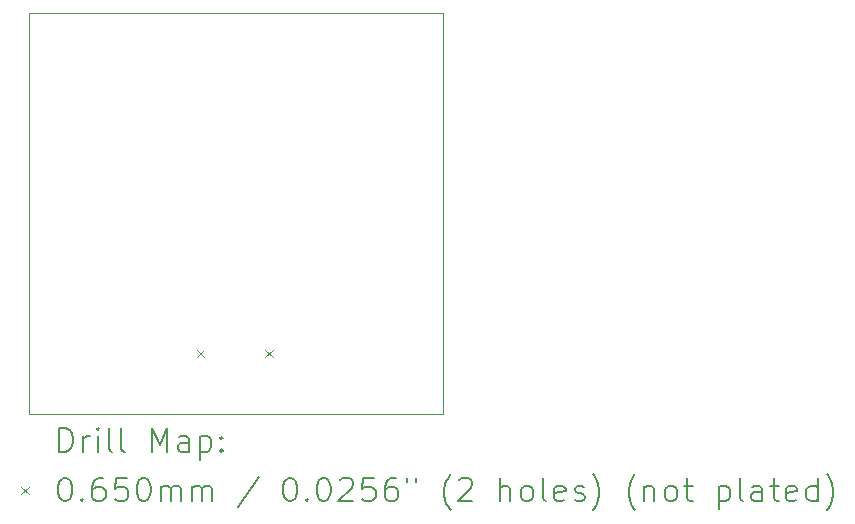
<source format=gbr>
%TF.GenerationSoftware,KiCad,Pcbnew,7.0.9*%
%TF.CreationDate,2024-03-28T09:14:21+03:00*%
%TF.ProjectId,MicroFlightController-v2,4d696372-6f46-46c6-9967-6874436f6e74,rev?*%
%TF.SameCoordinates,Original*%
%TF.FileFunction,Drillmap*%
%TF.FilePolarity,Positive*%
%FSLAX45Y45*%
G04 Gerber Fmt 4.5, Leading zero omitted, Abs format (unit mm)*
G04 Created by KiCad (PCBNEW 7.0.9) date 2024-03-28 09:14:21*
%MOMM*%
%LPD*%
G01*
G04 APERTURE LIST*
%ADD10C,0.100000*%
%ADD11C,0.200000*%
G04 APERTURE END LIST*
D10*
X13100000Y-8100000D02*
X16600000Y-8100000D01*
X16600000Y-11500000D01*
X13100000Y-11500000D01*
X13100000Y-8100000D01*
D11*
D10*
X14517500Y-10951500D02*
X14582500Y-11016500D01*
X14582500Y-10951500D02*
X14517500Y-11016500D01*
X15095500Y-10951500D02*
X15160500Y-11016500D01*
X15160500Y-10951500D02*
X15095500Y-11016500D01*
D11*
X13355777Y-11816484D02*
X13355777Y-11616484D01*
X13355777Y-11616484D02*
X13403396Y-11616484D01*
X13403396Y-11616484D02*
X13431967Y-11626008D01*
X13431967Y-11626008D02*
X13451015Y-11645055D01*
X13451015Y-11645055D02*
X13460539Y-11664103D01*
X13460539Y-11664103D02*
X13470062Y-11702198D01*
X13470062Y-11702198D02*
X13470062Y-11730769D01*
X13470062Y-11730769D02*
X13460539Y-11768865D01*
X13460539Y-11768865D02*
X13451015Y-11787912D01*
X13451015Y-11787912D02*
X13431967Y-11806960D01*
X13431967Y-11806960D02*
X13403396Y-11816484D01*
X13403396Y-11816484D02*
X13355777Y-11816484D01*
X13555777Y-11816484D02*
X13555777Y-11683150D01*
X13555777Y-11721246D02*
X13565301Y-11702198D01*
X13565301Y-11702198D02*
X13574824Y-11692674D01*
X13574824Y-11692674D02*
X13593872Y-11683150D01*
X13593872Y-11683150D02*
X13612920Y-11683150D01*
X13679586Y-11816484D02*
X13679586Y-11683150D01*
X13679586Y-11616484D02*
X13670062Y-11626008D01*
X13670062Y-11626008D02*
X13679586Y-11635531D01*
X13679586Y-11635531D02*
X13689110Y-11626008D01*
X13689110Y-11626008D02*
X13679586Y-11616484D01*
X13679586Y-11616484D02*
X13679586Y-11635531D01*
X13803396Y-11816484D02*
X13784348Y-11806960D01*
X13784348Y-11806960D02*
X13774824Y-11787912D01*
X13774824Y-11787912D02*
X13774824Y-11616484D01*
X13908158Y-11816484D02*
X13889110Y-11806960D01*
X13889110Y-11806960D02*
X13879586Y-11787912D01*
X13879586Y-11787912D02*
X13879586Y-11616484D01*
X14136729Y-11816484D02*
X14136729Y-11616484D01*
X14136729Y-11616484D02*
X14203396Y-11759341D01*
X14203396Y-11759341D02*
X14270062Y-11616484D01*
X14270062Y-11616484D02*
X14270062Y-11816484D01*
X14451015Y-11816484D02*
X14451015Y-11711722D01*
X14451015Y-11711722D02*
X14441491Y-11692674D01*
X14441491Y-11692674D02*
X14422443Y-11683150D01*
X14422443Y-11683150D02*
X14384348Y-11683150D01*
X14384348Y-11683150D02*
X14365301Y-11692674D01*
X14451015Y-11806960D02*
X14431967Y-11816484D01*
X14431967Y-11816484D02*
X14384348Y-11816484D01*
X14384348Y-11816484D02*
X14365301Y-11806960D01*
X14365301Y-11806960D02*
X14355777Y-11787912D01*
X14355777Y-11787912D02*
X14355777Y-11768865D01*
X14355777Y-11768865D02*
X14365301Y-11749817D01*
X14365301Y-11749817D02*
X14384348Y-11740293D01*
X14384348Y-11740293D02*
X14431967Y-11740293D01*
X14431967Y-11740293D02*
X14451015Y-11730769D01*
X14546253Y-11683150D02*
X14546253Y-11883150D01*
X14546253Y-11692674D02*
X14565301Y-11683150D01*
X14565301Y-11683150D02*
X14603396Y-11683150D01*
X14603396Y-11683150D02*
X14622443Y-11692674D01*
X14622443Y-11692674D02*
X14631967Y-11702198D01*
X14631967Y-11702198D02*
X14641491Y-11721246D01*
X14641491Y-11721246D02*
X14641491Y-11778388D01*
X14641491Y-11778388D02*
X14631967Y-11797436D01*
X14631967Y-11797436D02*
X14622443Y-11806960D01*
X14622443Y-11806960D02*
X14603396Y-11816484D01*
X14603396Y-11816484D02*
X14565301Y-11816484D01*
X14565301Y-11816484D02*
X14546253Y-11806960D01*
X14727205Y-11797436D02*
X14736729Y-11806960D01*
X14736729Y-11806960D02*
X14727205Y-11816484D01*
X14727205Y-11816484D02*
X14717682Y-11806960D01*
X14717682Y-11806960D02*
X14727205Y-11797436D01*
X14727205Y-11797436D02*
X14727205Y-11816484D01*
X14727205Y-11692674D02*
X14736729Y-11702198D01*
X14736729Y-11702198D02*
X14727205Y-11711722D01*
X14727205Y-11711722D02*
X14717682Y-11702198D01*
X14717682Y-11702198D02*
X14727205Y-11692674D01*
X14727205Y-11692674D02*
X14727205Y-11711722D01*
D10*
X13030000Y-12112500D02*
X13095000Y-12177500D01*
X13095000Y-12112500D02*
X13030000Y-12177500D01*
D11*
X13393872Y-12036484D02*
X13412920Y-12036484D01*
X13412920Y-12036484D02*
X13431967Y-12046008D01*
X13431967Y-12046008D02*
X13441491Y-12055531D01*
X13441491Y-12055531D02*
X13451015Y-12074579D01*
X13451015Y-12074579D02*
X13460539Y-12112674D01*
X13460539Y-12112674D02*
X13460539Y-12160293D01*
X13460539Y-12160293D02*
X13451015Y-12198388D01*
X13451015Y-12198388D02*
X13441491Y-12217436D01*
X13441491Y-12217436D02*
X13431967Y-12226960D01*
X13431967Y-12226960D02*
X13412920Y-12236484D01*
X13412920Y-12236484D02*
X13393872Y-12236484D01*
X13393872Y-12236484D02*
X13374824Y-12226960D01*
X13374824Y-12226960D02*
X13365301Y-12217436D01*
X13365301Y-12217436D02*
X13355777Y-12198388D01*
X13355777Y-12198388D02*
X13346253Y-12160293D01*
X13346253Y-12160293D02*
X13346253Y-12112674D01*
X13346253Y-12112674D02*
X13355777Y-12074579D01*
X13355777Y-12074579D02*
X13365301Y-12055531D01*
X13365301Y-12055531D02*
X13374824Y-12046008D01*
X13374824Y-12046008D02*
X13393872Y-12036484D01*
X13546253Y-12217436D02*
X13555777Y-12226960D01*
X13555777Y-12226960D02*
X13546253Y-12236484D01*
X13546253Y-12236484D02*
X13536729Y-12226960D01*
X13536729Y-12226960D02*
X13546253Y-12217436D01*
X13546253Y-12217436D02*
X13546253Y-12236484D01*
X13727205Y-12036484D02*
X13689110Y-12036484D01*
X13689110Y-12036484D02*
X13670062Y-12046008D01*
X13670062Y-12046008D02*
X13660539Y-12055531D01*
X13660539Y-12055531D02*
X13641491Y-12084103D01*
X13641491Y-12084103D02*
X13631967Y-12122198D01*
X13631967Y-12122198D02*
X13631967Y-12198388D01*
X13631967Y-12198388D02*
X13641491Y-12217436D01*
X13641491Y-12217436D02*
X13651015Y-12226960D01*
X13651015Y-12226960D02*
X13670062Y-12236484D01*
X13670062Y-12236484D02*
X13708158Y-12236484D01*
X13708158Y-12236484D02*
X13727205Y-12226960D01*
X13727205Y-12226960D02*
X13736729Y-12217436D01*
X13736729Y-12217436D02*
X13746253Y-12198388D01*
X13746253Y-12198388D02*
X13746253Y-12150769D01*
X13746253Y-12150769D02*
X13736729Y-12131722D01*
X13736729Y-12131722D02*
X13727205Y-12122198D01*
X13727205Y-12122198D02*
X13708158Y-12112674D01*
X13708158Y-12112674D02*
X13670062Y-12112674D01*
X13670062Y-12112674D02*
X13651015Y-12122198D01*
X13651015Y-12122198D02*
X13641491Y-12131722D01*
X13641491Y-12131722D02*
X13631967Y-12150769D01*
X13927205Y-12036484D02*
X13831967Y-12036484D01*
X13831967Y-12036484D02*
X13822443Y-12131722D01*
X13822443Y-12131722D02*
X13831967Y-12122198D01*
X13831967Y-12122198D02*
X13851015Y-12112674D01*
X13851015Y-12112674D02*
X13898634Y-12112674D01*
X13898634Y-12112674D02*
X13917682Y-12122198D01*
X13917682Y-12122198D02*
X13927205Y-12131722D01*
X13927205Y-12131722D02*
X13936729Y-12150769D01*
X13936729Y-12150769D02*
X13936729Y-12198388D01*
X13936729Y-12198388D02*
X13927205Y-12217436D01*
X13927205Y-12217436D02*
X13917682Y-12226960D01*
X13917682Y-12226960D02*
X13898634Y-12236484D01*
X13898634Y-12236484D02*
X13851015Y-12236484D01*
X13851015Y-12236484D02*
X13831967Y-12226960D01*
X13831967Y-12226960D02*
X13822443Y-12217436D01*
X14060539Y-12036484D02*
X14079586Y-12036484D01*
X14079586Y-12036484D02*
X14098634Y-12046008D01*
X14098634Y-12046008D02*
X14108158Y-12055531D01*
X14108158Y-12055531D02*
X14117682Y-12074579D01*
X14117682Y-12074579D02*
X14127205Y-12112674D01*
X14127205Y-12112674D02*
X14127205Y-12160293D01*
X14127205Y-12160293D02*
X14117682Y-12198388D01*
X14117682Y-12198388D02*
X14108158Y-12217436D01*
X14108158Y-12217436D02*
X14098634Y-12226960D01*
X14098634Y-12226960D02*
X14079586Y-12236484D01*
X14079586Y-12236484D02*
X14060539Y-12236484D01*
X14060539Y-12236484D02*
X14041491Y-12226960D01*
X14041491Y-12226960D02*
X14031967Y-12217436D01*
X14031967Y-12217436D02*
X14022443Y-12198388D01*
X14022443Y-12198388D02*
X14012920Y-12160293D01*
X14012920Y-12160293D02*
X14012920Y-12112674D01*
X14012920Y-12112674D02*
X14022443Y-12074579D01*
X14022443Y-12074579D02*
X14031967Y-12055531D01*
X14031967Y-12055531D02*
X14041491Y-12046008D01*
X14041491Y-12046008D02*
X14060539Y-12036484D01*
X14212920Y-12236484D02*
X14212920Y-12103150D01*
X14212920Y-12122198D02*
X14222443Y-12112674D01*
X14222443Y-12112674D02*
X14241491Y-12103150D01*
X14241491Y-12103150D02*
X14270063Y-12103150D01*
X14270063Y-12103150D02*
X14289110Y-12112674D01*
X14289110Y-12112674D02*
X14298634Y-12131722D01*
X14298634Y-12131722D02*
X14298634Y-12236484D01*
X14298634Y-12131722D02*
X14308158Y-12112674D01*
X14308158Y-12112674D02*
X14327205Y-12103150D01*
X14327205Y-12103150D02*
X14355777Y-12103150D01*
X14355777Y-12103150D02*
X14374824Y-12112674D01*
X14374824Y-12112674D02*
X14384348Y-12131722D01*
X14384348Y-12131722D02*
X14384348Y-12236484D01*
X14479586Y-12236484D02*
X14479586Y-12103150D01*
X14479586Y-12122198D02*
X14489110Y-12112674D01*
X14489110Y-12112674D02*
X14508158Y-12103150D01*
X14508158Y-12103150D02*
X14536729Y-12103150D01*
X14536729Y-12103150D02*
X14555777Y-12112674D01*
X14555777Y-12112674D02*
X14565301Y-12131722D01*
X14565301Y-12131722D02*
X14565301Y-12236484D01*
X14565301Y-12131722D02*
X14574824Y-12112674D01*
X14574824Y-12112674D02*
X14593872Y-12103150D01*
X14593872Y-12103150D02*
X14622443Y-12103150D01*
X14622443Y-12103150D02*
X14641491Y-12112674D01*
X14641491Y-12112674D02*
X14651015Y-12131722D01*
X14651015Y-12131722D02*
X14651015Y-12236484D01*
X15041491Y-12026960D02*
X14870063Y-12284103D01*
X15298634Y-12036484D02*
X15317682Y-12036484D01*
X15317682Y-12036484D02*
X15336729Y-12046008D01*
X15336729Y-12046008D02*
X15346253Y-12055531D01*
X15346253Y-12055531D02*
X15355777Y-12074579D01*
X15355777Y-12074579D02*
X15365301Y-12112674D01*
X15365301Y-12112674D02*
X15365301Y-12160293D01*
X15365301Y-12160293D02*
X15355777Y-12198388D01*
X15355777Y-12198388D02*
X15346253Y-12217436D01*
X15346253Y-12217436D02*
X15336729Y-12226960D01*
X15336729Y-12226960D02*
X15317682Y-12236484D01*
X15317682Y-12236484D02*
X15298634Y-12236484D01*
X15298634Y-12236484D02*
X15279586Y-12226960D01*
X15279586Y-12226960D02*
X15270063Y-12217436D01*
X15270063Y-12217436D02*
X15260539Y-12198388D01*
X15260539Y-12198388D02*
X15251015Y-12160293D01*
X15251015Y-12160293D02*
X15251015Y-12112674D01*
X15251015Y-12112674D02*
X15260539Y-12074579D01*
X15260539Y-12074579D02*
X15270063Y-12055531D01*
X15270063Y-12055531D02*
X15279586Y-12046008D01*
X15279586Y-12046008D02*
X15298634Y-12036484D01*
X15451015Y-12217436D02*
X15460539Y-12226960D01*
X15460539Y-12226960D02*
X15451015Y-12236484D01*
X15451015Y-12236484D02*
X15441491Y-12226960D01*
X15441491Y-12226960D02*
X15451015Y-12217436D01*
X15451015Y-12217436D02*
X15451015Y-12236484D01*
X15584348Y-12036484D02*
X15603396Y-12036484D01*
X15603396Y-12036484D02*
X15622444Y-12046008D01*
X15622444Y-12046008D02*
X15631967Y-12055531D01*
X15631967Y-12055531D02*
X15641491Y-12074579D01*
X15641491Y-12074579D02*
X15651015Y-12112674D01*
X15651015Y-12112674D02*
X15651015Y-12160293D01*
X15651015Y-12160293D02*
X15641491Y-12198388D01*
X15641491Y-12198388D02*
X15631967Y-12217436D01*
X15631967Y-12217436D02*
X15622444Y-12226960D01*
X15622444Y-12226960D02*
X15603396Y-12236484D01*
X15603396Y-12236484D02*
X15584348Y-12236484D01*
X15584348Y-12236484D02*
X15565301Y-12226960D01*
X15565301Y-12226960D02*
X15555777Y-12217436D01*
X15555777Y-12217436D02*
X15546253Y-12198388D01*
X15546253Y-12198388D02*
X15536729Y-12160293D01*
X15536729Y-12160293D02*
X15536729Y-12112674D01*
X15536729Y-12112674D02*
X15546253Y-12074579D01*
X15546253Y-12074579D02*
X15555777Y-12055531D01*
X15555777Y-12055531D02*
X15565301Y-12046008D01*
X15565301Y-12046008D02*
X15584348Y-12036484D01*
X15727206Y-12055531D02*
X15736729Y-12046008D01*
X15736729Y-12046008D02*
X15755777Y-12036484D01*
X15755777Y-12036484D02*
X15803396Y-12036484D01*
X15803396Y-12036484D02*
X15822444Y-12046008D01*
X15822444Y-12046008D02*
X15831967Y-12055531D01*
X15831967Y-12055531D02*
X15841491Y-12074579D01*
X15841491Y-12074579D02*
X15841491Y-12093627D01*
X15841491Y-12093627D02*
X15831967Y-12122198D01*
X15831967Y-12122198D02*
X15717682Y-12236484D01*
X15717682Y-12236484D02*
X15841491Y-12236484D01*
X16022444Y-12036484D02*
X15927206Y-12036484D01*
X15927206Y-12036484D02*
X15917682Y-12131722D01*
X15917682Y-12131722D02*
X15927206Y-12122198D01*
X15927206Y-12122198D02*
X15946253Y-12112674D01*
X15946253Y-12112674D02*
X15993872Y-12112674D01*
X15993872Y-12112674D02*
X16012920Y-12122198D01*
X16012920Y-12122198D02*
X16022444Y-12131722D01*
X16022444Y-12131722D02*
X16031967Y-12150769D01*
X16031967Y-12150769D02*
X16031967Y-12198388D01*
X16031967Y-12198388D02*
X16022444Y-12217436D01*
X16022444Y-12217436D02*
X16012920Y-12226960D01*
X16012920Y-12226960D02*
X15993872Y-12236484D01*
X15993872Y-12236484D02*
X15946253Y-12236484D01*
X15946253Y-12236484D02*
X15927206Y-12226960D01*
X15927206Y-12226960D02*
X15917682Y-12217436D01*
X16203396Y-12036484D02*
X16165301Y-12036484D01*
X16165301Y-12036484D02*
X16146253Y-12046008D01*
X16146253Y-12046008D02*
X16136729Y-12055531D01*
X16136729Y-12055531D02*
X16117682Y-12084103D01*
X16117682Y-12084103D02*
X16108158Y-12122198D01*
X16108158Y-12122198D02*
X16108158Y-12198388D01*
X16108158Y-12198388D02*
X16117682Y-12217436D01*
X16117682Y-12217436D02*
X16127206Y-12226960D01*
X16127206Y-12226960D02*
X16146253Y-12236484D01*
X16146253Y-12236484D02*
X16184348Y-12236484D01*
X16184348Y-12236484D02*
X16203396Y-12226960D01*
X16203396Y-12226960D02*
X16212920Y-12217436D01*
X16212920Y-12217436D02*
X16222444Y-12198388D01*
X16222444Y-12198388D02*
X16222444Y-12150769D01*
X16222444Y-12150769D02*
X16212920Y-12131722D01*
X16212920Y-12131722D02*
X16203396Y-12122198D01*
X16203396Y-12122198D02*
X16184348Y-12112674D01*
X16184348Y-12112674D02*
X16146253Y-12112674D01*
X16146253Y-12112674D02*
X16127206Y-12122198D01*
X16127206Y-12122198D02*
X16117682Y-12131722D01*
X16117682Y-12131722D02*
X16108158Y-12150769D01*
X16298634Y-12036484D02*
X16298634Y-12074579D01*
X16374825Y-12036484D02*
X16374825Y-12074579D01*
X16670063Y-12312674D02*
X16660539Y-12303150D01*
X16660539Y-12303150D02*
X16641491Y-12274579D01*
X16641491Y-12274579D02*
X16631968Y-12255531D01*
X16631968Y-12255531D02*
X16622444Y-12226960D01*
X16622444Y-12226960D02*
X16612920Y-12179341D01*
X16612920Y-12179341D02*
X16612920Y-12141246D01*
X16612920Y-12141246D02*
X16622444Y-12093627D01*
X16622444Y-12093627D02*
X16631968Y-12065055D01*
X16631968Y-12065055D02*
X16641491Y-12046008D01*
X16641491Y-12046008D02*
X16660539Y-12017436D01*
X16660539Y-12017436D02*
X16670063Y-12007912D01*
X16736729Y-12055531D02*
X16746253Y-12046008D01*
X16746253Y-12046008D02*
X16765301Y-12036484D01*
X16765301Y-12036484D02*
X16812920Y-12036484D01*
X16812920Y-12036484D02*
X16831968Y-12046008D01*
X16831968Y-12046008D02*
X16841491Y-12055531D01*
X16841491Y-12055531D02*
X16851015Y-12074579D01*
X16851015Y-12074579D02*
X16851015Y-12093627D01*
X16851015Y-12093627D02*
X16841491Y-12122198D01*
X16841491Y-12122198D02*
X16727206Y-12236484D01*
X16727206Y-12236484D02*
X16851015Y-12236484D01*
X17089111Y-12236484D02*
X17089111Y-12036484D01*
X17174825Y-12236484D02*
X17174825Y-12131722D01*
X17174825Y-12131722D02*
X17165301Y-12112674D01*
X17165301Y-12112674D02*
X17146253Y-12103150D01*
X17146253Y-12103150D02*
X17117682Y-12103150D01*
X17117682Y-12103150D02*
X17098634Y-12112674D01*
X17098634Y-12112674D02*
X17089111Y-12122198D01*
X17298634Y-12236484D02*
X17279587Y-12226960D01*
X17279587Y-12226960D02*
X17270063Y-12217436D01*
X17270063Y-12217436D02*
X17260539Y-12198388D01*
X17260539Y-12198388D02*
X17260539Y-12141246D01*
X17260539Y-12141246D02*
X17270063Y-12122198D01*
X17270063Y-12122198D02*
X17279587Y-12112674D01*
X17279587Y-12112674D02*
X17298634Y-12103150D01*
X17298634Y-12103150D02*
X17327206Y-12103150D01*
X17327206Y-12103150D02*
X17346253Y-12112674D01*
X17346253Y-12112674D02*
X17355777Y-12122198D01*
X17355777Y-12122198D02*
X17365301Y-12141246D01*
X17365301Y-12141246D02*
X17365301Y-12198388D01*
X17365301Y-12198388D02*
X17355777Y-12217436D01*
X17355777Y-12217436D02*
X17346253Y-12226960D01*
X17346253Y-12226960D02*
X17327206Y-12236484D01*
X17327206Y-12236484D02*
X17298634Y-12236484D01*
X17479587Y-12236484D02*
X17460539Y-12226960D01*
X17460539Y-12226960D02*
X17451015Y-12207912D01*
X17451015Y-12207912D02*
X17451015Y-12036484D01*
X17631968Y-12226960D02*
X17612920Y-12236484D01*
X17612920Y-12236484D02*
X17574825Y-12236484D01*
X17574825Y-12236484D02*
X17555777Y-12226960D01*
X17555777Y-12226960D02*
X17546253Y-12207912D01*
X17546253Y-12207912D02*
X17546253Y-12131722D01*
X17546253Y-12131722D02*
X17555777Y-12112674D01*
X17555777Y-12112674D02*
X17574825Y-12103150D01*
X17574825Y-12103150D02*
X17612920Y-12103150D01*
X17612920Y-12103150D02*
X17631968Y-12112674D01*
X17631968Y-12112674D02*
X17641492Y-12131722D01*
X17641492Y-12131722D02*
X17641492Y-12150769D01*
X17641492Y-12150769D02*
X17546253Y-12169817D01*
X17717682Y-12226960D02*
X17736730Y-12236484D01*
X17736730Y-12236484D02*
X17774825Y-12236484D01*
X17774825Y-12236484D02*
X17793873Y-12226960D01*
X17793873Y-12226960D02*
X17803396Y-12207912D01*
X17803396Y-12207912D02*
X17803396Y-12198388D01*
X17803396Y-12198388D02*
X17793873Y-12179341D01*
X17793873Y-12179341D02*
X17774825Y-12169817D01*
X17774825Y-12169817D02*
X17746253Y-12169817D01*
X17746253Y-12169817D02*
X17727206Y-12160293D01*
X17727206Y-12160293D02*
X17717682Y-12141246D01*
X17717682Y-12141246D02*
X17717682Y-12131722D01*
X17717682Y-12131722D02*
X17727206Y-12112674D01*
X17727206Y-12112674D02*
X17746253Y-12103150D01*
X17746253Y-12103150D02*
X17774825Y-12103150D01*
X17774825Y-12103150D02*
X17793873Y-12112674D01*
X17870063Y-12312674D02*
X17879587Y-12303150D01*
X17879587Y-12303150D02*
X17898634Y-12274579D01*
X17898634Y-12274579D02*
X17908158Y-12255531D01*
X17908158Y-12255531D02*
X17917682Y-12226960D01*
X17917682Y-12226960D02*
X17927206Y-12179341D01*
X17927206Y-12179341D02*
X17927206Y-12141246D01*
X17927206Y-12141246D02*
X17917682Y-12093627D01*
X17917682Y-12093627D02*
X17908158Y-12065055D01*
X17908158Y-12065055D02*
X17898634Y-12046008D01*
X17898634Y-12046008D02*
X17879587Y-12017436D01*
X17879587Y-12017436D02*
X17870063Y-12007912D01*
X18231968Y-12312674D02*
X18222444Y-12303150D01*
X18222444Y-12303150D02*
X18203396Y-12274579D01*
X18203396Y-12274579D02*
X18193873Y-12255531D01*
X18193873Y-12255531D02*
X18184349Y-12226960D01*
X18184349Y-12226960D02*
X18174825Y-12179341D01*
X18174825Y-12179341D02*
X18174825Y-12141246D01*
X18174825Y-12141246D02*
X18184349Y-12093627D01*
X18184349Y-12093627D02*
X18193873Y-12065055D01*
X18193873Y-12065055D02*
X18203396Y-12046008D01*
X18203396Y-12046008D02*
X18222444Y-12017436D01*
X18222444Y-12017436D02*
X18231968Y-12007912D01*
X18308158Y-12103150D02*
X18308158Y-12236484D01*
X18308158Y-12122198D02*
X18317682Y-12112674D01*
X18317682Y-12112674D02*
X18336730Y-12103150D01*
X18336730Y-12103150D02*
X18365301Y-12103150D01*
X18365301Y-12103150D02*
X18384349Y-12112674D01*
X18384349Y-12112674D02*
X18393873Y-12131722D01*
X18393873Y-12131722D02*
X18393873Y-12236484D01*
X18517682Y-12236484D02*
X18498634Y-12226960D01*
X18498634Y-12226960D02*
X18489111Y-12217436D01*
X18489111Y-12217436D02*
X18479587Y-12198388D01*
X18479587Y-12198388D02*
X18479587Y-12141246D01*
X18479587Y-12141246D02*
X18489111Y-12122198D01*
X18489111Y-12122198D02*
X18498634Y-12112674D01*
X18498634Y-12112674D02*
X18517682Y-12103150D01*
X18517682Y-12103150D02*
X18546254Y-12103150D01*
X18546254Y-12103150D02*
X18565301Y-12112674D01*
X18565301Y-12112674D02*
X18574825Y-12122198D01*
X18574825Y-12122198D02*
X18584349Y-12141246D01*
X18584349Y-12141246D02*
X18584349Y-12198388D01*
X18584349Y-12198388D02*
X18574825Y-12217436D01*
X18574825Y-12217436D02*
X18565301Y-12226960D01*
X18565301Y-12226960D02*
X18546254Y-12236484D01*
X18546254Y-12236484D02*
X18517682Y-12236484D01*
X18641492Y-12103150D02*
X18717682Y-12103150D01*
X18670063Y-12036484D02*
X18670063Y-12207912D01*
X18670063Y-12207912D02*
X18679587Y-12226960D01*
X18679587Y-12226960D02*
X18698634Y-12236484D01*
X18698634Y-12236484D02*
X18717682Y-12236484D01*
X18936730Y-12103150D02*
X18936730Y-12303150D01*
X18936730Y-12112674D02*
X18955777Y-12103150D01*
X18955777Y-12103150D02*
X18993873Y-12103150D01*
X18993873Y-12103150D02*
X19012920Y-12112674D01*
X19012920Y-12112674D02*
X19022444Y-12122198D01*
X19022444Y-12122198D02*
X19031968Y-12141246D01*
X19031968Y-12141246D02*
X19031968Y-12198388D01*
X19031968Y-12198388D02*
X19022444Y-12217436D01*
X19022444Y-12217436D02*
X19012920Y-12226960D01*
X19012920Y-12226960D02*
X18993873Y-12236484D01*
X18993873Y-12236484D02*
X18955777Y-12236484D01*
X18955777Y-12236484D02*
X18936730Y-12226960D01*
X19146254Y-12236484D02*
X19127206Y-12226960D01*
X19127206Y-12226960D02*
X19117682Y-12207912D01*
X19117682Y-12207912D02*
X19117682Y-12036484D01*
X19308158Y-12236484D02*
X19308158Y-12131722D01*
X19308158Y-12131722D02*
X19298635Y-12112674D01*
X19298635Y-12112674D02*
X19279587Y-12103150D01*
X19279587Y-12103150D02*
X19241492Y-12103150D01*
X19241492Y-12103150D02*
X19222444Y-12112674D01*
X19308158Y-12226960D02*
X19289111Y-12236484D01*
X19289111Y-12236484D02*
X19241492Y-12236484D01*
X19241492Y-12236484D02*
X19222444Y-12226960D01*
X19222444Y-12226960D02*
X19212920Y-12207912D01*
X19212920Y-12207912D02*
X19212920Y-12188865D01*
X19212920Y-12188865D02*
X19222444Y-12169817D01*
X19222444Y-12169817D02*
X19241492Y-12160293D01*
X19241492Y-12160293D02*
X19289111Y-12160293D01*
X19289111Y-12160293D02*
X19308158Y-12150769D01*
X19374825Y-12103150D02*
X19451015Y-12103150D01*
X19403396Y-12036484D02*
X19403396Y-12207912D01*
X19403396Y-12207912D02*
X19412920Y-12226960D01*
X19412920Y-12226960D02*
X19431968Y-12236484D01*
X19431968Y-12236484D02*
X19451015Y-12236484D01*
X19593873Y-12226960D02*
X19574825Y-12236484D01*
X19574825Y-12236484D02*
X19536730Y-12236484D01*
X19536730Y-12236484D02*
X19517682Y-12226960D01*
X19517682Y-12226960D02*
X19508158Y-12207912D01*
X19508158Y-12207912D02*
X19508158Y-12131722D01*
X19508158Y-12131722D02*
X19517682Y-12112674D01*
X19517682Y-12112674D02*
X19536730Y-12103150D01*
X19536730Y-12103150D02*
X19574825Y-12103150D01*
X19574825Y-12103150D02*
X19593873Y-12112674D01*
X19593873Y-12112674D02*
X19603396Y-12131722D01*
X19603396Y-12131722D02*
X19603396Y-12150769D01*
X19603396Y-12150769D02*
X19508158Y-12169817D01*
X19774825Y-12236484D02*
X19774825Y-12036484D01*
X19774825Y-12226960D02*
X19755777Y-12236484D01*
X19755777Y-12236484D02*
X19717682Y-12236484D01*
X19717682Y-12236484D02*
X19698635Y-12226960D01*
X19698635Y-12226960D02*
X19689111Y-12217436D01*
X19689111Y-12217436D02*
X19679587Y-12198388D01*
X19679587Y-12198388D02*
X19679587Y-12141246D01*
X19679587Y-12141246D02*
X19689111Y-12122198D01*
X19689111Y-12122198D02*
X19698635Y-12112674D01*
X19698635Y-12112674D02*
X19717682Y-12103150D01*
X19717682Y-12103150D02*
X19755777Y-12103150D01*
X19755777Y-12103150D02*
X19774825Y-12112674D01*
X19851016Y-12312674D02*
X19860539Y-12303150D01*
X19860539Y-12303150D02*
X19879587Y-12274579D01*
X19879587Y-12274579D02*
X19889111Y-12255531D01*
X19889111Y-12255531D02*
X19898635Y-12226960D01*
X19898635Y-12226960D02*
X19908158Y-12179341D01*
X19908158Y-12179341D02*
X19908158Y-12141246D01*
X19908158Y-12141246D02*
X19898635Y-12093627D01*
X19898635Y-12093627D02*
X19889111Y-12065055D01*
X19889111Y-12065055D02*
X19879587Y-12046008D01*
X19879587Y-12046008D02*
X19860539Y-12017436D01*
X19860539Y-12017436D02*
X19851016Y-12007912D01*
M02*

</source>
